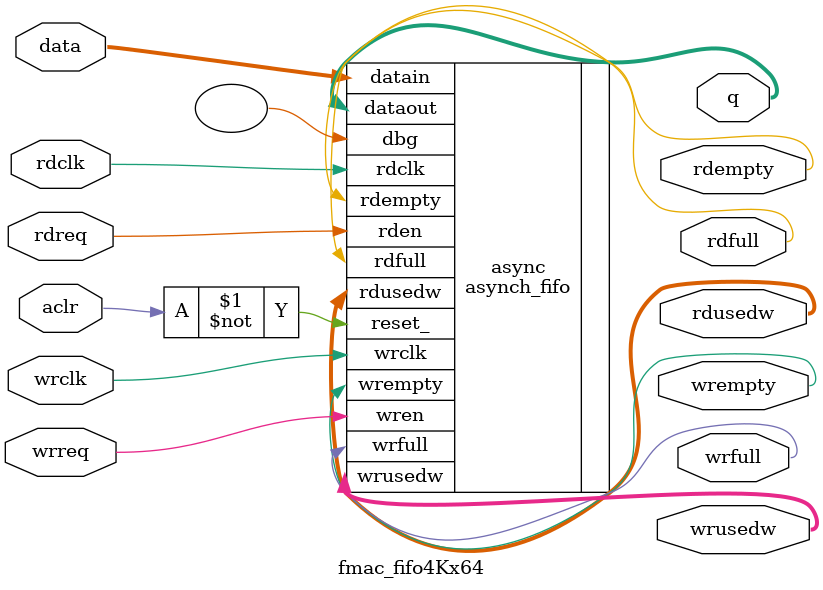
<source format=v>


`timescale 1ns / 1ns


module fmac_fifo4Kx64

(
			aclr,

			wrclk,	             // i,Clk for writing data                                 
			wrreq,               // i,request to write                                     
			data,                // i,Data coming in                                       
			wrfull,              // o,indicates fifo is full or not (To avoid overiding)   
			wrempty,             // o,indicates fifo is empty or not (to avoid underflow)               
			wrusedw,             // o,number of slots currently in use for writting                                                                           
                                                                                           
			rdclk,                // i,Clk for reading data                                
			rdreq,              	// i,Request to read from FIFO                            
			q,                  	// o,Data coming out                                      
			rdfull,             	 // o,indicates fifo is empty or not (to avoid underflow) 
			rdempty,            	  //o, number of slots currently in use for reading       
			rdusedw             	 // o,indicates fifo is full or not (To avoid overiding)  
			
);
parameter 	  WIDTH = 64,
			  DEPTH = 4096,
			  PTR	= 12;
			  
			input wire aclr;

			input  wire 				wrclk;            // Clk for writing data                                 
			input  wire 				wrreq;            // request to write                                     
			input  wire [WIDTH-1 : 0]	data;            // Data coming in                                        
			output wire					wrfull;           // indicates fifo is full or not (To avoid overiding)   
			output wire 			 	wrempty;          // indicates fifo is empty or not (to avoid underflow)                         
			output wire	[PTR : 0]		wrusedw;         // number of slots currently in use for writting                                                                                      
                                                                                                                  
			input  wire 				rdclk;           // Clk for reading data                                  
			input  wire 				rdreq;           // Request to read from FIFO                             
			output wire [WIDTH-1 : 0]	q;               // Data coming out                                       
			output wire 				rdfull;           // indicates fifo is empty or not (to avoid underflow)  
			output wire 				rdempty;           // number of slots currently in use for reading        
			output wire [PTR  : 0] 	rdusedw;           	 // indicates fifo is full or not (To avoid overiding)    





asynch_fifo		#(.WIDTH (64),	
				  .DEPTH (4096),
				  .PTR	 (12) )	
 								
	async	  (
			.reset_	(~aclr),
			
			.wrclk	(wrclk),	                // Clk to write data                                           
			.wren	(wrreq),	               	// write enable                                                
			.datain	(data),		                 // write data                                                 
			.wrfull	(wrfull),	               // indicates fifo is full or not (To avoid overiding)           
			.wrempty(wrempty),	                // indicates fifo is empty or not (to avoid underflow)         
			.wrusedw(wrusedw),	                // wrusedw -number of locations filled in fifo                 
                                                                                                               
			.rdclk	(rdclk),	                	// i-1, Clk to read data                                                               
			.rden	(rdreq),	                  // i-1, read enable of data FIFO                                    
			.dataout(q),		              	  // Dataout of data FIFO                              
			.rdfull	(rdfull),	              	 // indicates fifo is full or not (To avoid overiding) (Not used)                                        
			.rdempty(rdempty),	              		// indicates fifo is empty or not (to avoid underflow)      
			.rdusedw(rdusedw),	                  // rdusedw -number of locations filled in fifo (not used )  
                                                   
			.dbg()

		 );
endmodule
</source>
